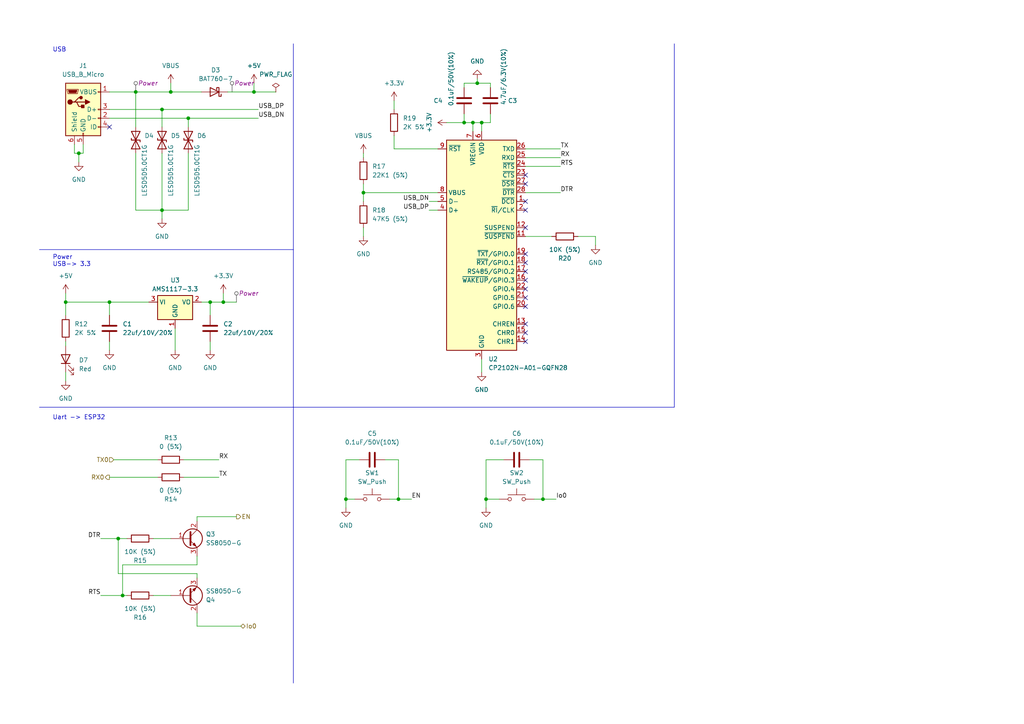
<source format=kicad_sch>
(kicad_sch (version 20230121) (generator eeschema)
  (paper "A4")
  (lib_symbols
    (symbol "Connector:USB_B_Micro" (pin_names (offset 1.016))
      (property "Reference" "J" (at -5.08 11.43 0))
      (property "Value" "USB_B_Micro" (at -5.08 8.89 0))
      (symbol "USB_B_Micro_0_1"
        (rectangle (start -5.08 -7.62) (end 5.08 7.62) (stroke (width 0.254)) (fill (type background)))
        (circle (center -3.81 2.159) (radius 0.635) (stroke (width 0.254)) (fill (type outline)))
        (circle (center -0.635 3.429) (radius 0.381) (stroke (width 0.254)) (fill (type outline)))
        (rectangle (start -0.127 -7.62) (end 0.127 -6.858))
        (polyline (pts (xy -1.905 2.159) (xy 0.635 2.159)) (stroke (width 0.254)))
        (polyline (pts (xy -3.175 2.159) (xy -2.54 2.159) (xy -1.27 3.429) (xy -0.635 3.429)) (stroke (width 0.254)))
        (polyline (pts (xy -2.54 2.159) (xy -1.905 2.159) (xy -1.27 0.889) (xy 0 0.889)) (stroke (width 0.254)))
        (polyline (pts (xy 0.635 2.794) (xy 0.635 1.524) (xy 1.905 2.159) (xy 0.635 2.794)) (stroke (width 0.254)) (fill (type outline)))
        (polyline (pts (xy -4.318 5.588) (xy -1.778 5.588) (xy -2.032 4.826) (xy -4.064 4.826) (xy -4.318 5.588)) (fill (type outline)))
        (polyline (pts (xy -4.699 5.842) (xy -4.699 5.588) (xy -4.445 4.826) (xy -4.445 4.572) (xy -1.651 4.572) (xy -1.651 4.826) (xy -1.397 5.588) (xy -1.397 5.842) (xy -4.699 5.842)))
        (rectangle (start 0.254 1.27) (end -0.508 0.508) (stroke (width 0.254)) (fill (type outline)))
        (rectangle (start 5.08 -5.207) (end 4.318 -4.953))
        (rectangle (start 5.08 -2.667) (end 4.318 -2.413))
        (rectangle (start 5.08 -0.127) (end 4.318 0.127))
        (rectangle (start 5.08 4.953) (end 4.318 5.207))
      )
      (symbol "USB_B_Micro_1_1"
        (pin power_out line (at 7.62 5.08 180) (length 2.54) (name "VBUS") (number "1"))
        (pin bidirectional line (at 7.62 -2.54 180) (length 2.54) (name "D-") (number "2"))
        (pin bidirectional line (at 7.62 0 180) (length 2.54) (name "D+") (number "3"))
        (pin passive line (at 7.62 -5.08 180) (length 2.54) (name "ID") (number "4"))
        (pin power_out line (at 0 -10.16 90) (length 2.54) (name "GND") (number "5"))
        (pin passive line (at -2.54 -10.16 90) (length 2.54) (name "Shield") (number "6"))
      )
    )
    (symbol "Device:C" (pin_numbers hide) (pin_names (offset 0.254))
      (property "Reference" "C" (at 0.635 2.54 0))
      (property "Value" "C" (at 0.635 -2.54 0))
      (symbol "C_0_1"
        (polyline (pts (xy -2.032 -0.762) (xy 2.032 -0.762)) (stroke (width 0.508)))
        (polyline (pts (xy -2.032 0.762) (xy 2.032 0.762)) (stroke (width 0.508)))
      )
      (symbol "C_1_1"
        (pin passive line (at 0 3.81 270) (length 2.794) (name "~") (number "1"))
        (pin passive line (at 0 -3.81 90) (length 2.794) (name "~") (number "2"))
      )
    )
    (symbol "Device:D_Schottky" (pin_numbers hide) (pin_names (offset 1.016) hide)
      (property "Reference" "D" (at 0 2.54 0))
      (property "Value" "D_Schottky" (at 0 -2.54 0))
      (symbol "D_Schottky_0_1"
        (polyline (pts (xy 1.27 0) (xy -1.27 0)))
        (polyline (pts (xy 1.27 1.27) (xy 1.27 -1.27) (xy -1.27 0) (xy 1.27 1.27)) (stroke (width 0.254)))
        (polyline (pts (xy -1.905 0.635) (xy -1.905 1.27) (xy -1.27 1.27) (xy -1.27 -1.27) (xy -0.635 -1.27) (xy -0.635 -0.635)) (stroke (width 0.254)))
      )
      (symbol "D_Schottky_1_1"
        (pin passive line (at -3.81 0 0) (length 2.54) (name "K") (number "1"))
        (pin passive line (at 3.81 0 180) (length 2.54) (name "A") (number "2"))
      )
    )
    (symbol "Device:D_TVS" (pin_numbers hide) (pin_names (offset 1.016) hide)
      (property "Reference" "D" (at 0 2.54 0))
      (property "Value" "D_TVS" (at 0 -2.54 0))
      (symbol "D_TVS_0_1"
        (polyline (pts (xy 1.27 0) (xy -1.27 0)))
        (polyline (pts (xy 0.508 1.27) (xy 0 1.27) (xy 0 -1.27) (xy -0.508 -1.27)) (stroke (width 0.254)))
        (polyline (pts (xy -2.54 1.27) (xy -2.54 -1.27) (xy 2.54 1.27) (xy 2.54 -1.27) (xy -2.54 1.27)) (stroke (width 0.254)))
      )
      (symbol "D_TVS_1_1"
        (pin passive line (at -3.81 0 0) (length 2.54) (name "A1") (number "1"))
        (pin passive line (at 3.81 0 180) (length 2.54) (name "A2") (number "2"))
      )
    )
    (symbol "Device:LED" (pin_numbers hide) (pin_names (offset 1.016) hide)
      (property "Reference" "D" (at 0 2.54 0))
      (property "Value" "LED" (at 0 -2.54 0))
      (symbol "LED_0_1"
        (polyline (pts (xy -1.27 -1.27) (xy -1.27 1.27)) (stroke (width 0.254)))
        (polyline (pts (xy -1.27 0) (xy 1.27 0)))
        (polyline (pts (xy 1.27 -1.27) (xy 1.27 1.27) (xy -1.27 0) (xy 1.27 -1.27)) (stroke (width 0.254)))
        (polyline (pts (xy -3.048 -0.762) (xy -4.572 -2.286) (xy -3.81 -2.286) (xy -4.572 -2.286) (xy -4.572 -1.524)))
        (polyline (pts (xy -1.778 -0.762) (xy -3.302 -2.286) (xy -2.54 -2.286) (xy -3.302 -2.286) (xy -3.302 -1.524)))
      )
      (symbol "LED_1_1"
        (pin passive line (at -3.81 0 0) (length 2.54) (name "K") (number "1"))
        (pin passive line (at 3.81 0 180) (length 2.54) (name "A") (number "2"))
      )
    )
    (symbol "Device:Q_NPN_BCE" (pin_names (offset 0) hide)
      (property "Reference" "Q" (at 5.08 1.27 0))
      (property "Value" "Q_NPN_BCE" (at 5.08 -1.27 0))
      (symbol "Q_NPN_BCE_0_1"
        (polyline (pts (xy 0.635 0.635) (xy 2.54 2.54)))
        (polyline (pts (xy 0.635 -0.635) (xy 2.54 -2.54) (xy 2.54 -2.54)))
        (polyline (pts (xy 0.635 1.905) (xy 0.635 -1.905) (xy 0.635 -1.905)) (stroke (width 0.508)))
        (polyline (pts (xy 1.27 -1.778) (xy 1.778 -1.27) (xy 2.286 -2.286) (xy 1.27 -1.778) (xy 1.27 -1.778)) (fill (type outline)))
        (circle (center 1.27 0) (radius 2.8194) (stroke (width 0.254)))
      )
      (symbol "Q_NPN_BCE_1_1"
        (pin input line (at -5.08 0 0) (length 5.715) (name "B") (number "1"))
        (pin passive line (at 2.54 5.08 270) (length 2.54) (name "C") (number "2"))
        (pin passive line (at 2.54 -5.08 90) (length 2.54) (name "E") (number "3"))
      )
    )
    (symbol "Device:R" (pin_numbers hide) (pin_names (offset 0))
      (property "Reference" "R" (at 2.032 0 90))
      (property "Value" "R" (at 0 0 90))
      (symbol "R_0_1"
        (rectangle (start -1.016 -2.54) (end 1.016 2.54) (stroke (width 0.254)))
      )
      (symbol "R_1_1"
        (pin passive line (at 0 3.81 270) (length 1.27) (name "~") (number "1"))
        (pin passive line (at 0 -3.81 90) (length 1.27) (name "~") (number "2"))
      )
    )
    (symbol "Interface_USB:CP2102N-Axx-xQFN28"
      (property "Reference" "U" (at -8.89 31.75 0))
      (property "Value" "CP2102N-Axx-xQFN28" (at 12.7 31.75 0))
      (symbol "CP2102N-Axx-xQFN28_0_1"
        (rectangle (start -10.16 30.48) (end 10.16 -30.48) (stroke (width 0.254)) (fill (type background)))
      )
      (symbol "CP2102N-Axx-xQFN28_1_1"
        (pin input line (at 12.7 12.7 180) (length 2.54) (name "~{DCD}") (number "1"))
        (pin no_connect line (at -10.16 -27.94 0) (length 2.54) hide (name "NC") (number "10"))
        (pin output line (at 12.7 2.54 180) (length 2.54) (name "~{SUSPEND}") (number "11"))
        (pin output line (at 12.7 5.08 180) (length 2.54) (name "SUSPEND") (number "12"))
        (pin output line (at 12.7 -22.86 180) (length 2.54) (name "CHREN") (number "13"))
        (pin output line (at 12.7 -27.94 180) (length 2.54) (name "CHR1") (number "14"))
        (pin output line (at 12.7 -25.4 180) (length 2.54) (name "CHR0") (number "15"))
        (pin bidirectional line (at 12.7 -10.16 180) (length 2.54) (name "~{WAKEUP}/GPIO.3") (number "16"))
        (pin bidirectional line (at 12.7 -7.62 180) (length 2.54) (name "RS485/GPIO.2") (number "17"))
        (pin bidirectional line (at 12.7 -5.08 180) (length 2.54) (name "~{RXT}/GPIO.1") (number "18"))
        (pin bidirectional line (at 12.7 -2.54 180) (length 2.54) (name "~{TXT}/GPIO.0") (number "19"))
        (pin bidirectional line (at 12.7 10.16 180) (length 2.54) (name "~{RI}/CLK") (number "2"))
        (pin bidirectional line (at 12.7 -17.78 180) (length 2.54) (name "GPIO.6") (number "20"))
        (pin bidirectional line (at 12.7 -15.24 180) (length 2.54) (name "GPIO.5") (number "21"))
        (pin bidirectional line (at 12.7 -12.7 180) (length 2.54) (name "GPIO.4") (number "22"))
        (pin input line (at 12.7 20.32 180) (length 2.54) (name "~{CTS}") (number "23"))
        (pin output line (at 12.7 22.86 180) (length 2.54) (name "~{RTS}") (number "24"))
        (pin input line (at 12.7 25.4 180) (length 2.54) (name "RXD") (number "25"))
        (pin output line (at 12.7 27.94 180) (length 2.54) (name "TXD") (number "26"))
        (pin input line (at 12.7 17.78 180) (length 2.54) (name "~{DSR}") (number "27"))
        (pin output line (at 12.7 15.24 180) (length 2.54) (name "~{DTR}") (number "28"))
        (pin passive line (at 0 -33.02 90) (length 2.54) hide (name "GND") (number "29"))
        (pin power_in line (at 0 -33.02 90) (length 2.54) (name "GND") (number "3"))
        (pin bidirectional line (at -12.7 10.16 0) (length 2.54) (name "D+") (number "4"))
        (pin bidirectional line (at -12.7 12.7 0) (length 2.54) (name "D-") (number "5"))
        (pin power_in line (at 0 33.02 270) (length 2.54) (name "VDD") (number "6"))
        (pin power_in line (at -2.54 33.02 270) (length 2.54) (name "VREGIN") (number "7"))
        (pin input line (at -12.7 15.24 0) (length 2.54) (name "VBUS") (number "8"))
        (pin input line (at -12.7 27.94 0) (length 2.54) (name "~{RST}") (number "9"))
      )
    )
    (symbol "Regulator_Linear:AMS1117-3.3"
      (property "Reference" "U" (at -3.81 3.175 0))
      (property "Value" "AMS1117-3.3" (at 0 3.175 0))
      (symbol "AMS1117-3.3_0_1"
        (rectangle (start -5.08 -5.08) (end 5.08 1.905) (stroke (width 0.254)) (fill (type background)))
      )
      (symbol "AMS1117-3.3_1_1"
        (pin power_in line (at 0 -7.62 90) (length 2.54) (name "GND") (number "1"))
        (pin power_out line (at 7.62 0 180) (length 2.54) (name "VO") (number "2"))
        (pin power_in line (at -7.62 0 0) (length 2.54) (name "VI") (number "3"))
      )
    )
    (symbol "Switch:SW_Push" (pin_numbers hide) (pin_names (offset 1.016) hide)
      (property "Reference" "SW" (at 1.27 2.54 0))
      (property "Value" "SW_Push" (at 0 -1.524 0))
      (symbol "SW_Push_0_1"
        (circle (center -2.032 0) (radius 0.508))
        (polyline (pts (xy 0 1.27) (xy 0 3.048)))
        (polyline (pts (xy 2.54 1.27) (xy -2.54 1.27)))
        (circle (center 2.032 0) (radius 0.508))
        (pin passive line (at -5.08 0 0) (length 2.54) (name "1") (number "1"))
        (pin passive line (at 5.08 0 180) (length 2.54) (name "2") (number "2"))
      )
    )
    (symbol "power:+3.3V" (power) (pin_names (offset 0))
      (property "Value" "+3.3V" (at 0 3.556 0))
      (symbol "+3.3V_0_1"
        (polyline (pts (xy -0.762 1.27) (xy 0 2.54)))
        (polyline (pts (xy 0 0) (xy 0 2.54)))
        (polyline (pts (xy 0 2.54) (xy 0.762 1.27)))
      )
      (symbol "+3.3V_1_1"
        (pin power_in line (at 0 0 90) (length 0) hide (name "+3.3V") (number "1"))
      )
    )
    (symbol "power:+5V" (power) (pin_names (offset 0))
      (property "Value" "+5V" (at 0 3.556 0))
      (symbol "+5V_0_1"
        (polyline (pts (xy -0.762 1.27) (xy 0 2.54)))
        (polyline (pts (xy 0 0) (xy 0 2.54)))
        (polyline (pts (xy 0 2.54) (xy 0.762 1.27)))
      )
      (symbol "+5V_1_1"
        (pin power_in line (at 0 0 90) (length 0) hide (name "+5V") (number "1"))
      )
    )
    (symbol "power:GND" (power) (pin_names (offset 0))
      (property "Value" "GND" (at 0 -3.81 0))
      (symbol "GND_0_1"
        (polyline (pts (xy 0 0) (xy 0 -1.27) (xy 1.27 -1.27) (xy 0 -2.54) (xy -1.27 -1.27) (xy 0 -1.27)))
      )
      (symbol "GND_1_1"
        (pin power_in line (at 0 0 270) (length 0) hide (name "GND") (number "1"))
      )
    )
    (symbol "power:PWR_FLAG" (power) (pin_numbers hide) (pin_names (offset 0) hide)
      (property "Value" "PWR_FLAG" (at 0 3.81 0))
      (symbol "PWR_FLAG_0_0"
        (pin power_out line (at 0 0 90) (length 0) (name "pwr") (number "1"))
      )
      (symbol "PWR_FLAG_0_1"
        (polyline (pts (xy 0 0) (xy 0 1.27) (xy -1.016 1.905) (xy 0 2.54) (xy 1.016 1.905) (xy 0 1.27)))
      )
    )
    (symbol "power:VBUS" (power) (pin_names (offset 0))
      (property "Value" "VBUS" (at 0 3.81 0))
      (symbol "VBUS_0_1"
        (polyline (pts (xy -0.762 1.27) (xy 0 2.54)))
        (polyline (pts (xy 0 0) (xy 0 2.54)))
        (polyline (pts (xy 0 2.54) (xy 0.762 1.27)))
      )
      (symbol "VBUS_1_1"
        (pin power_in line (at 0 0 90) (length 0) hide (name "VBUS") (number "1"))
      )
    )
  )
  (junction (at 60.96 87.63))
  (junction (at 46.99 31.75))
  (junction (at 49.53 26.67))
  (junction (at 137.16 35.56))
  (junction (at 139.7 35.56))
  (junction (at 115.57 144.78))
  (junction (at 64.77 87.63))
  (junction (at 19.05 87.63))
  (junction (at 105.41 55.88))
  (junction (at 134.62 35.56))
  (junction (at 39.37 26.67))
  (junction (at 35.56 172.72))
  (junction (at 157.48 144.78))
  (junction (at 140.97 144.78))
  (junction (at 34.29 156.21))
  (junction (at 22.86 44.45))
  (junction (at 46.99 60.96))
  (junction (at 138.43 24.13))
  (junction (at 73.66 26.67))
  (junction (at 31.75 87.63))
  (junction (at 54.61 34.29))
  (junction (at 100.33 144.78))
  (no_connect (at 152.4 60.96))
  (no_connect (at 152.4 86.36))
  (no_connect (at 152.4 73.66))
  (no_connect (at 152.4 88.9))
  (no_connect (at 152.4 96.52))
  (no_connect (at 152.4 93.98))
  (no_connect (at 152.4 53.34))
  (no_connect (at 31.75 36.83))
  (no_connect (at 152.4 83.82))
  (no_connect (at 152.4 58.42))
  (no_connect (at 152.4 78.74))
  (no_connect (at 152.4 81.28))
  (no_connect (at 152.4 66.04))
  (no_connect (at 152.4 99.06))
  (no_connect (at 152.4 50.8))
  (no_connect (at 152.4 76.2))
  (wire (pts (xy 21.59 44.45) (xy 21.59 41.91)))
  (wire (pts (xy 46.99 60.96) (xy 39.37 60.96)))
  (wire (pts (xy 54.61 34.29) (xy 54.61 36.83)))
  (wire (pts (xy 39.37 26.67) (xy 39.37 36.83)))
  (wire (pts (xy 157.48 133.35) (xy 157.48 144.78)))
  (wire (pts (xy 140.97 133.35) (xy 146.05 133.35)))
  (wire (pts (xy 105.41 55.88) (xy 105.41 58.42)))
  (wire (pts (xy 140.97 147.32) (xy 140.97 144.78)))
  (wire (pts (xy 124.46 60.96) (xy 127 60.96)))
  (wire (pts (xy 19.05 85.09) (xy 19.05 87.63)))
  (wire (pts (xy 57.15 149.86) (xy 57.15 151.13)))
  (wire (pts (xy 115.57 133.35) (xy 115.57 144.78)))
  (wire (pts (xy 64.77 87.63) (xy 68.58 87.63)))
  (polyline (pts (xy 11.43 118.11) (xy 85.09 118.11)))
  (wire (pts (xy 60.96 87.63) (xy 58.42 87.63)))
  (wire (pts (xy 140.97 144.78) (xy 140.97 133.35)))
  (wire (pts (xy 138.43 22.86) (xy 138.43 24.13)))
  (wire (pts (xy 34.29 156.21) (xy 36.83 156.21)))
  (wire (pts (xy 22.86 44.45) (xy 21.59 44.45)))
  (wire (pts (xy 139.7 35.56) (xy 142.24 35.56)))
  (wire (pts (xy 153.67 133.35) (xy 157.48 133.35)))
  (wire (pts (xy 57.15 177.8) (xy 57.15 181.61)))
  (wire (pts (xy 64.77 87.63) (xy 60.96 87.63)))
  (wire (pts (xy 31.75 138.43) (xy 45.72 138.43)))
  (wire (pts (xy 113.03 144.78) (xy 115.57 144.78)))
  (wire (pts (xy 57.15 167.64) (xy 57.15 166.37)))
  (wire (pts (xy 33.02 133.35) (xy 45.72 133.35)))
  (wire (pts (xy 31.75 26.67) (xy 39.37 26.67)))
  (wire (pts (xy 60.96 99.06) (xy 60.96 101.6)))
  (wire (pts (xy 64.77 85.09) (xy 64.77 87.63)))
  (wire (pts (xy 140.97 144.78) (xy 144.78 144.78)))
  (wire (pts (xy 114.3 29.21) (xy 114.3 31.75)))
  (wire (pts (xy 139.7 38.1) (xy 139.7 35.56)))
  (wire (pts (xy 19.05 87.63) (xy 19.05 91.44)))
  (wire (pts (xy 73.66 26.67) (xy 66.04 26.67)))
  (wire (pts (xy 31.75 31.75) (xy 46.99 31.75)))
  (wire (pts (xy 60.96 87.63) (xy 60.96 91.44)))
  (wire (pts (xy 142.24 24.13) (xy 138.43 24.13)))
  (wire (pts (xy 142.24 35.56) (xy 142.24 33.02)))
  (wire (pts (xy 46.99 44.45) (xy 46.99 60.96)))
  (wire (pts (xy 152.4 55.88) (xy 162.56 55.88)))
  (wire (pts (xy 152.4 48.26) (xy 162.56 48.26)))
  (wire (pts (xy 57.15 181.61) (xy 69.85 181.61)))
  (polyline (pts (xy 85.09 72.39) (xy 85.09 118.11)))
  (wire (pts (xy 124.46 58.42) (xy 127 58.42)))
  (wire (pts (xy 152.4 68.58) (xy 160.02 68.58)))
  (wire (pts (xy 31.75 99.06) (xy 31.75 101.6)))
  (wire (pts (xy 154.94 144.78) (xy 157.48 144.78)))
  (wire (pts (xy 49.53 24.13) (xy 49.53 26.67)))
  (wire (pts (xy 31.75 87.63) (xy 43.18 87.63)))
  (wire (pts (xy 39.37 26.67) (xy 49.53 26.67)))
  (wire (pts (xy 53.34 133.35) (xy 63.5 133.35)))
  (wire (pts (xy 134.62 35.56) (xy 134.62 33.02)))
  (wire (pts (xy 115.57 144.78) (xy 119.38 144.78)))
  (wire (pts (xy 129.54 35.56) (xy 134.62 35.56)))
  (wire (pts (xy 39.37 60.96) (xy 39.37 44.45)))
  (polyline (pts (xy 11.43 72.39) (xy 85.09 72.39)))
  (wire (pts (xy 100.33 144.78) (xy 100.33 147.32)))
  (wire (pts (xy 73.66 24.13) (xy 73.66 26.67)))
  (wire (pts (xy 134.62 24.13) (xy 134.62 25.4)))
  (wire (pts (xy 46.99 63.5) (xy 46.99 60.96)))
  (wire (pts (xy 57.15 166.37) (xy 34.29 166.37)))
  (wire (pts (xy 157.48 144.78) (xy 161.29 144.78)))
  (wire (pts (xy 63.5 138.43) (xy 53.34 138.43)))
  (wire (pts (xy 100.33 133.35) (xy 100.33 144.78)))
  (wire (pts (xy 19.05 107.95) (xy 19.05 110.49)))
  (wire (pts (xy 138.43 24.13) (xy 134.62 24.13)))
  (polyline (pts (xy 85.09 12.7) (xy 85.09 72.39)))
  (wire (pts (xy 104.14 133.35) (xy 100.33 133.35)))
  (wire (pts (xy 142.24 25.4) (xy 142.24 24.13)))
  (wire (pts (xy 100.33 144.78) (xy 102.87 144.78)))
  (polyline (pts (xy 85.09 118.11) (xy 85.09 198.12)))
  (wire (pts (xy 31.75 34.29) (xy 54.61 34.29)))
  (wire (pts (xy 105.41 55.88) (xy 127 55.88)))
  (wire (pts (xy 105.41 66.04) (xy 105.41 68.58)))
  (wire (pts (xy 29.21 172.72) (xy 35.56 172.72)))
  (wire (pts (xy 54.61 60.96) (xy 54.61 44.45)))
  (wire (pts (xy 34.29 166.37) (xy 34.29 156.21)))
  (wire (pts (xy 54.61 34.29) (xy 74.93 34.29)))
  (wire (pts (xy 44.45 172.72) (xy 49.53 172.72)))
  (wire (pts (xy 35.56 163.83) (xy 35.56 172.72)))
  (polyline (pts (xy 85.09 118.11) (xy 195.58 118.11)))
  (polyline (pts (xy 195.58 12.7) (xy 195.58 118.11)))
  (wire (pts (xy 46.99 60.96) (xy 54.61 60.96)))
  (wire (pts (xy 44.45 156.21) (xy 49.53 156.21)))
  (wire (pts (xy 114.3 39.37) (xy 114.3 43.18)))
  (wire (pts (xy 46.99 31.75) (xy 74.93 31.75)))
  (wire (pts (xy 68.58 149.86) (xy 57.15 149.86)))
  (wire (pts (xy 105.41 44.45) (xy 105.41 45.72)))
  (wire (pts (xy 29.21 156.21) (xy 34.29 156.21)))
  (wire (pts (xy 49.53 26.67) (xy 58.42 26.67)))
  (wire (pts (xy 46.99 31.75) (xy 46.99 36.83)))
  (wire (pts (xy 139.7 104.14) (xy 139.7 107.95)))
  (wire (pts (xy 111.76 133.35) (xy 115.57 133.35)))
  (wire (pts (xy 137.16 35.56) (xy 139.7 35.56)))
  (wire (pts (xy 57.15 163.83) (xy 35.56 163.83)))
  (wire (pts (xy 22.86 44.45) (xy 22.86 46.99)))
  (wire (pts (xy 172.72 68.58) (xy 167.64 68.58)))
  (wire (pts (xy 57.15 161.29) (xy 57.15 163.83)))
  (wire (pts (xy 35.56 172.72) (xy 36.83 172.72)))
  (wire (pts (xy 137.16 38.1) (xy 137.16 35.56)))
  (wire (pts (xy 19.05 99.06) (xy 19.05 100.33)))
  (wire (pts (xy 73.66 26.67) (xy 80.01 26.67)))
  (wire (pts (xy 50.8 95.25) (xy 50.8 101.6)))
  (wire (pts (xy 24.13 44.45) (xy 22.86 44.45)))
  (wire (pts (xy 105.41 53.34) (xy 105.41 55.88)))
  (wire (pts (xy 152.4 45.72) (xy 162.56 45.72)))
  (wire (pts (xy 172.72 71.12) (xy 172.72 68.58)))
  (wire (pts (xy 114.3 43.18) (xy 127 43.18)))
  (wire (pts (xy 19.05 87.63) (xy 31.75 87.63)))
  (wire (pts (xy 24.13 41.91) (xy 24.13 44.45)))
  (wire (pts (xy 31.75 87.63) (xy 31.75 91.44)))
  (wire (pts (xy 162.56 43.18) (xy 152.4 43.18)))
  (wire (pts (xy 134.62 35.56) (xy 137.16 35.56)))
  (text "Power\nUSB-> 3.3" (at 15.24 77.47 0) (effects (font (size 1.27 1.27)) (justify left bottom)))
  (text "Uart -> ESP32" (at 15.24 121.92 0) (effects (font (size 1.27 1.27)) (justify left bottom)))
  (text "USB" (at 15.24 15.24 0) (effects (font (size 1.27 1.27)) (justify left bottom)))
  (label "RX" (at 63.5 133.35 0))
  (label "TX" (at 63.5 138.43 0))
  (label "USB_DP" (at 74.93 31.75 0))
  (label "USB_DP" (at 124.46 60.96 180))
  (label "TX" (at 162.56 43.18 0))
  (label "RTS" (at 29.21 172.72 180))
  (label "EN" (at 119.38 144.78 0))
  (label "DTR" (at 29.21 156.21 180))
  (label "USB_DN" (at 74.93 34.29 0))
  (label "DTR" (at 162.56 55.88 0))
  (label "Io0" (at 161.29 144.78 0))
  (label "RTS" (at 162.56 48.26 0))
  (label "USB_DN" (at 124.46 58.42 180))
  (label "RX" (at 162.56 45.72 0))
  (hierarchical_label "EN" (shape output) (at 68.58 149.86 0))
  (hierarchical_label "TX0" (shape input) (at 33.02 133.35 180))
  (hierarchical_label "RX0" (shape output) (at 31.75 138.43 180))
  (hierarchical_label "Io0" (shape bidirectional) (at 69.85 181.61 0))
  (netclass_flag "" (length 2.54) (shape round) (at 39.37 26.67 0) (property "Netclass" "Power" (at 39.9796 24.13 0) (effects (font italic) (justify left))))
  (netclass_flag "" (length 2.54) (shape round) (at 68.58 87.63 0) (property "Netclass" "Power" (at 69.1896 85.09 0) (effects (font italic) (justify left))))
  (netclass_flag "" (length 2.54) (shape round) (at 67.31 26.67 0) (property "Netclass" "Power" (at 67.9196 24.13 0) (effects (font italic) (justify left))))
  (symbol (lib_id "Device:C") (at 149.86 133.35 90) (unit 1)
    (property "Reference" "C6" (at 149.86 125.73 90))
    (property "Value" "0.1uF/50V(10%)" (at 149.86 128.27 90))
    (property "Footprint" "Capacitor_SMD:C_0805_2012Metric" (effects hide))
  )
  (symbol (lib_id "Device:LED") (at 19.05 104.14 90) (unit 1)
    (property "Reference" "D7" (at 22.86 104.4575 90) (effects (justify right)))
    (property "Value" "Red" (at 22.86 106.9975 90) (effects (justify right)))
    (property "Footprint" "LED_SMD:LED_0805_2012Metric" (effects hide))
  )
  (symbol (lib_id "power:+5V") (at 73.66 24.13 0) (unit 1)
    (property "Reference" "#PWR011" (effects hide))
    (property "Value" "+5V" (at 73.66 19.05 0))
  )
  (symbol (lib_id "Device:Q_NPN_BCE") (at 54.61 172.72 0) (mirror x) (unit 1)
    (property "Reference" "Q4" (at 59.69 173.99 0) (effects (justify left)))
    (property "Value" "SS8050-G" (at 59.69 171.45 0) (effects (justify left)))
    (property "Footprint" "Package_TO_SOT_SMD:SOT-23" (effects hide))
  )
  (symbol (lib_id "Device:D_Schottky") (at 62.23 26.67 180) (unit 1)
    (property "Reference" "D3" (at 62.5475 20.32 0))
    (property "Value" "BAT760-7" (at 62.5475 22.86 0))
    (property "Footprint" "Diode_SMD:D_SOD-323" (effects hide))
  )
  (symbol (lib_id "power:GND") (at 172.72 71.12 0) (unit 1)
    (property "Reference" "#PWR029" (effects hide))
    (property "Value" "GND" (at 172.72 76.2 0))
  )
  (symbol (lib_id "Device:R") (at 40.64 172.72 270) (unit 1)
    (property "Reference" "R16" (at 40.64 179.07 90))
    (property "Value" "10K (5%)" (at 40.64 176.53 90))
    (property "Footprint" "Resistor_SMD:R_0805_2012Metric" (effects hide))
    (property "LCSC" "C17414" (effects hide))
  )
  (symbol (lib_id "Device:C") (at 142.24 29.21 0) (unit 1)
    (property "Reference" "C3" (at 147.32 29.21 0) (effects (justify left)))
    (property "Value" "4.7uF/6.3V(10%)" (at 146.05 30.48 90) (effects (justify left)))
    (property "Footprint" "Capacitor_SMD:C_0805_2012Metric" (effects hide))
  )
  (symbol (lib_id "power:GND") (at 60.96 101.6 0) (unit 1)
    (property "Reference" "#PWR022" (effects hide))
    (property "Value" "GND" (at 60.96 106.68 0))
  )
  (symbol (lib_id "Connector:USB_B_Micro") (at 24.13 31.75 0) (unit 1)
    (property "Reference" "J1" (at 24.13 19.05 0))
    (property "Value" "USB_B_Micro" (at 24.13 21.59 0))
    (property "Footprint" "Connector_USB:USB_Micro-B_Wuerth_629105150521" (effects hide))
  )
  (symbol (lib_id "Device:R") (at 19.05 95.25 0) (unit 1)
    (property "Reference" "R12" (at 21.59 93.98 0) (effects (justify left)))
    (property "Value" "2K 5%" (at 21.59 96.52 0) (effects (justify left)))
    (property "Footprint" "Resistor_SMD:R_0805_2012Metric" (effects hide))
  )
  (symbol (lib_id "Device:R") (at 163.83 68.58 270) (unit 1)
    (property "Reference" "R20" (at 163.83 74.93 90))
    (property "Value" "10K (5%)" (at 163.83 72.39 90))
    (property "Footprint" "Resistor_SMD:R_0805_2012Metric" (effects hide))
    (property "LCSC" "C17414" (effects hide))
  )
  (symbol (lib_id "power:VBUS") (at 49.53 24.13 0) (unit 1)
    (property "Reference" "#PWR014" (effects hide))
    (property "Value" "VBUS" (at 49.53 19.05 0))
  )
  (symbol (lib_id "Device:D_TVS") (at 39.37 40.64 90) (unit 1)
    (property "Reference" "D4" (at 41.91 39.37 90) (effects (justify right)))
    (property "Value" "LESD5D5.0CT1G" (at 41.91 41.91 0) (effects (justify right)))
    (property "Footprint" "Diode_SMD:D_SOD-523" (effects hide))
  )
  (symbol (lib_id "power:GND") (at 138.43 22.86 180) (unit 1)
    (property "Reference" "#PWR027" (effects hide))
    (property "Value" "GND" (at 138.43 17.78 0))
  )
  (symbol (lib_id "Device:C") (at 134.62 29.21 0) (unit 1)
    (property "Reference" "C4" (at 125.73 29.21 0) (effects (justify left)))
    (property "Value" " 0.1uF/50V(10%)" (at 130.81 31.75 90) (effects (justify left)))
    (property "Footprint" "Capacitor_SMD:C_0805_2012Metric" (effects hide))
  )
  (symbol (lib_id "Device:R") (at 105.41 62.23 180) (unit 1)
    (property "Reference" "R18" (at 107.95 60.96 0) (effects (justify right)))
    (property "Value" "47K5 (5%)" (at 107.95 63.5 0) (effects (justify right)))
    (property "Footprint" "Resistor_SMD:R_0805_2012Metric" (effects hide))
  )
  (symbol (lib_id "Switch:SW_Push") (at 149.86 144.78 0) (unit 1)
    (property "Reference" "SW2" (at 149.86 137.16 0))
    (property "Value" "SW_Push" (at 149.86 139.7 0))
    (property "Footprint" "Button_Switch_SMD:SW_Push_1P1T_XKB_TS-1187A" (effects hide))
  )
  (symbol (lib_id "power:GND") (at 22.86 46.99 0) (unit 1)
    (property "Reference" "#PWR015" (effects hide))
    (property "Value" "GND" (at 22.86 52.07 0))
  )
  (symbol (lib_id "power:VBUS") (at 105.41 44.45 0) (unit 1)
    (property "Reference" "#PWR023" (effects hide))
    (property "Value" "VBUS" (at 105.41 39.37 0))
  )
  (symbol (lib_id "power:GND") (at 46.99 63.5 0) (unit 1)
    (property "Reference" "#PWR016" (effects hide))
    (property "Value" "GND" (at 46.99 68.58 0))
  )
  (symbol (lib_id "Device:R") (at 49.53 133.35 90) (unit 1)
    (property "Reference" "R13" (at 49.53 127 90))
    (property "Value" "0 (5%)" (at 49.53 129.54 90))
    (property "Footprint" "Resistor_SMD:R_0805_2012Metric" (effects hide))
  )
  (symbol (lib_id "power:GND") (at 139.7 107.95 0) (unit 1)
    (property "Reference" "#PWR025" (effects hide))
    (property "Value" "GND" (at 139.7 113.03 0))
  )
  (symbol (lib_id "power:+3.3V") (at 114.3 29.21 0) (unit 1)
    (property "Reference" "#PWR028" (effects hide))
    (property "Value" "+3.3V" (at 114.3 24.13 0))
  )
  (symbol (lib_id "Device:C") (at 60.96 95.25 0) (unit 1)
    (property "Reference" "C2" (at 64.77 93.98 0) (effects (justify left)))
    (property "Value" "22uf/10V/20%" (at 64.77 96.52 0) (effects (justify left)))
    (property "Footprint" "Capacitor_SMD:C_0805_2012Metric" (effects hide))
  )
  (symbol (lib_id "power:+3.3V") (at 64.77 85.09 0) (unit 1)
    (property "Reference" "#PWR018" (effects hide))
    (property "Value" "+3.3V" (at 64.77 80.01 0))
  )
  (symbol (lib_id "Device:R") (at 105.41 49.53 180) (unit 1)
    (property "Reference" "R17" (at 107.95 48.26 0) (effects (justify right)))
    (property "Value" "22K1 (5%)" (at 107.95 50.8 0) (effects (justify right)))
    (property "Footprint" "Resistor_SMD:R_0805_2012Metric" (effects hide))
  )
  (symbol (lib_id "power:GND") (at 31.75 101.6 0) (unit 1)
    (property "Reference" "#PWR020" (effects hide))
    (property "Value" "GND" (at 31.75 106.68 0))
  )
  (symbol (lib_id "power:+3.3V") (at 129.54 35.56 90) (unit 1)
    (property "Reference" "#PWR026" (effects hide))
    (property "Value" "+3.3V" (at 124.46 35.56 0))
  )
  (symbol (lib_id "Device:C") (at 31.75 95.25 0) (unit 1)
    (property "Reference" "C1" (at 35.56 93.98 0) (effects (justify left)))
    (property "Value" "22uf/10V/20%" (at 35.56 96.52 0) (effects (justify left)))
    (property "Footprint" "Capacitor_SMD:C_0805_2012Metric" (effects hide))
  )
  (symbol (lib_id "Device:D_TVS") (at 54.61 40.64 90) (unit 1)
    (property "Reference" "D6" (at 57.15 39.37 90) (effects (justify right)))
    (property "Value" "LESD5D5.0CT1G" (at 57.15 41.91 0) (effects (justify right)))
    (property "Footprint" "Diode_SMD:D_SOD-523" (effects hide))
  )
  (symbol (lib_id "power:PWR_FLAG") (at 80.01 26.67 0) (unit 1)
    (property "Reference" "#FLG02" (effects hide))
    (property "Value" "PWR_FLAG" (at 80.01 21.59 0))
  )
  (symbol (lib_id "power:GND") (at 140.97 147.32 0) (unit 1)
    (property "Reference" "#PWR030" (effects hide))
    (property "Value" "GND" (at 140.97 152.4 0))
  )
  (symbol (lib_id "power:+5V") (at 19.05 85.09 0) (unit 1)
    (property "Reference" "#PWR017" (effects hide))
    (property "Value" "+5V" (at 19.05 80.01 0))
  )
  (symbol (lib_id "Device:R") (at 40.64 156.21 270) (unit 1)
    (property "Reference" "R15" (at 40.64 162.56 90))
    (property "Value" "10K (5%)" (at 40.64 160.02 90))
    (property "Footprint" "Resistor_SMD:R_0805_2012Metric" (effects hide))
    (property "LCSC" "C17414" (effects hide))
  )
  (symbol (lib_id "Switch:SW_Push") (at 107.95 144.78 0) (unit 1)
    (property "Reference" "SW1" (at 107.95 137.16 0))
    (property "Value" "SW_Push" (at 107.95 139.7 0))
    (property "Footprint" "Button_Switch_SMD:SW_Push_1P1T_XKB_TS-1187A" (effects hide))
  )
  (symbol (lib_id "Device:Q_NPN_BCE") (at 54.61 156.21 0) (unit 1)
    (property "Reference" "Q3" (at 59.69 154.94 0) (effects (justify left)))
    (property "Value" "SS8050-G" (at 59.69 157.48 0) (effects (justify left)))
    (property "Footprint" "Package_TO_SOT_SMD:SOT-23" (effects hide))
  )
  (symbol (lib_id "power:GND") (at 19.05 110.49 0) (unit 1)
    (property "Reference" "#PWR019" (effects hide))
    (property "Value" "GND" (at 19.05 115.57 0))
  )
  (symbol (lib_id "power:GND") (at 105.41 68.58 0) (unit 1)
    (property "Reference" "#PWR024" (effects hide))
    (property "Value" "GND" (at 105.41 73.66 0))
  )
  (symbol (lib_id "Device:R") (at 49.53 138.43 270) (unit 1)
    (property "Reference" "R14" (at 49.53 144.78 90))
    (property "Value" "0 (5%)" (at 49.53 142.24 90))
    (property "Footprint" "Resistor_SMD:R_0805_2012Metric" (effects hide))
  )
  (symbol (lib_id "Device:C") (at 107.95 133.35 90) (unit 1)
    (property "Reference" "C5" (at 107.95 125.73 90))
    (property "Value" "0.1uF/50V(10%)" (at 107.95 128.27 90))
    (property "Footprint" "Capacitor_SMD:C_0805_2012Metric" (effects hide))
  )
  (symbol (lib_id "Device:D_TVS") (at 46.99 40.64 90) (unit 1)
    (property "Reference" "D5" (at 49.53 39.37 90) (effects (justify right)))
    (property "Value" "LESD5D5.0CT1G" (at 49.53 41.91 0) (effects (justify right)))
    (property "Footprint" "Diode_SMD:D_SOD-523" (effects hide))
  )
  (symbol (lib_id "Regulator_Linear:AMS1117-3.3") (at 50.8 87.63 0) (unit 1)
    (property "Reference" "U3" (at 50.8 81.28 0))
    (property "Value" "AMS1117-3.3" (at 50.8 83.82 0))
    (property "Footprint" "Package_TO_SOT_SMD:SOT-223-3_TabPin2" (effects hide))
    (property "Datasheet" "http://www.advanced-monolithic.com/pdf/ds1117.pdf" (effects hide))
  )
  (symbol (lib_id "power:GND") (at 100.33 147.32 0) (unit 1)
    (property "Reference" "#PWR031" (effects hide))
    (property "Value" "GND" (at 100.33 152.4 0))
  )
  (symbol (lib_id "Device:R") (at 114.3 35.56 0) (unit 1)
    (property "Reference" "R19" (at 116.84 34.29 0) (effects (justify left)))
    (property "Value" "2K 5%" (at 116.84 36.83 0) (effects (justify left)))
    (property "Footprint" "Resistor_SMD:R_0805_2012Metric" (effects hide))
  )
  (symbol (lib_id "Interface_USB:CP2102N-Axx-xQFN28") (at 139.7 71.12 0) (unit 1)
    (property "Reference" "U2" (at 141.6559 104.14 0) (effects (justify left)))
    (property "Value" "CP2102N-A01-GQFN28" (at 141.6559 106.68 0) (effects (justify left)))
    (property "Footprint" "Package_DFN_QFN:QFN-28-1EP_5x5mm_P0.5mm_EP3.35x3.35mm" (effects hide))
    (property "Datasheet" "https://www.silabs.com/documents/public/data-sheets/cp2102n-datasheet.pdf" (effects hide))
  )
  (symbol (lib_id "power:GND") (at 50.8 101.6 0) (unit 1)
    (property "Reference" "#PWR021" (effects hide))
    (property "Value" "GND" (at 50.8 106.68 0))
  )
)
</source>
